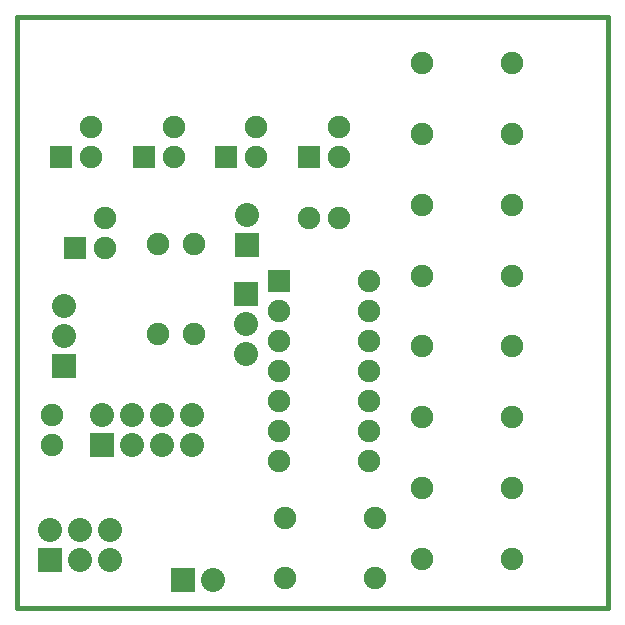
<source format=gbs>
G04 (created by PCBNEW-RS274X (2010-05-05 BZR 2356)-stable) date 14-11-2010 12:40:04*
G01*
G70*
G90*
%MOIN*%
G04 Gerber Fmt 3.4, Leading zero omitted, Abs format*
%FSLAX34Y34*%
G04 APERTURE LIST*
%ADD10C,0.006000*%
%ADD11C,0.015000*%
%ADD12R,0.080000X0.080000*%
%ADD13C,0.080000*%
%ADD14C,0.075000*%
%ADD15R,0.075000X0.075000*%
G04 APERTURE END LIST*
G54D10*
G54D11*
X10335Y-27756D02*
X30020Y-27756D01*
X10335Y-08071D02*
X10335Y-27756D01*
X30020Y-08071D02*
X10335Y-08071D01*
X30020Y-27756D02*
X30020Y-08071D01*
G54D12*
X17953Y-17307D03*
G54D13*
X17953Y-18307D03*
X17953Y-19307D03*
G54D14*
X22258Y-24776D03*
X22258Y-26776D03*
X19258Y-24776D03*
X19258Y-26776D03*
G54D12*
X15878Y-26811D03*
G54D13*
X16878Y-26811D03*
G54D14*
X20061Y-14752D03*
X21061Y-14752D03*
G54D15*
X17305Y-12732D03*
G54D14*
X18305Y-12732D03*
X18305Y-11732D03*
G54D15*
X11794Y-12733D03*
G54D14*
X12794Y-12733D03*
X12794Y-11733D03*
G54D15*
X14552Y-12731D03*
G54D14*
X15552Y-12731D03*
X15552Y-11731D03*
G54D15*
X20062Y-12731D03*
G54D14*
X21062Y-12731D03*
X21062Y-11731D03*
G54D15*
X12266Y-15766D03*
G54D14*
X13266Y-15766D03*
X13266Y-14766D03*
X16228Y-18617D03*
X16228Y-15617D03*
X23825Y-26130D03*
X26825Y-26130D03*
X15046Y-18616D03*
X15046Y-15616D03*
X23823Y-23766D03*
X26823Y-23766D03*
X23825Y-19042D03*
X26825Y-19042D03*
X23823Y-21406D03*
X26823Y-21406D03*
X23826Y-16681D03*
X26826Y-16681D03*
X23824Y-09594D03*
X26824Y-09594D03*
X23825Y-14318D03*
X26825Y-14318D03*
X23824Y-11955D03*
X26824Y-11955D03*
G54D12*
X13156Y-22341D03*
G54D13*
X13156Y-21341D03*
X14156Y-22341D03*
X14156Y-21341D03*
X15156Y-22341D03*
X15156Y-21341D03*
X16156Y-22341D03*
X16156Y-21341D03*
G54D12*
X11424Y-26170D03*
G54D13*
X11424Y-25170D03*
X12424Y-26170D03*
X12424Y-25170D03*
X13424Y-26170D03*
X13424Y-25170D03*
G54D12*
X11895Y-19691D03*
G54D13*
X11895Y-18691D03*
X11895Y-17691D03*
G54D15*
X19060Y-16875D03*
G54D14*
X19060Y-17875D03*
X19060Y-18875D03*
X19060Y-19875D03*
X19060Y-20875D03*
X19060Y-21875D03*
X19060Y-22875D03*
X22060Y-22875D03*
X22060Y-21875D03*
X22060Y-20875D03*
X22060Y-19875D03*
X22060Y-18875D03*
X22060Y-17875D03*
X22060Y-16875D03*
G54D12*
X18001Y-15645D03*
G54D13*
X18001Y-14645D03*
G54D14*
X11499Y-21339D03*
X11499Y-22339D03*
M02*

</source>
